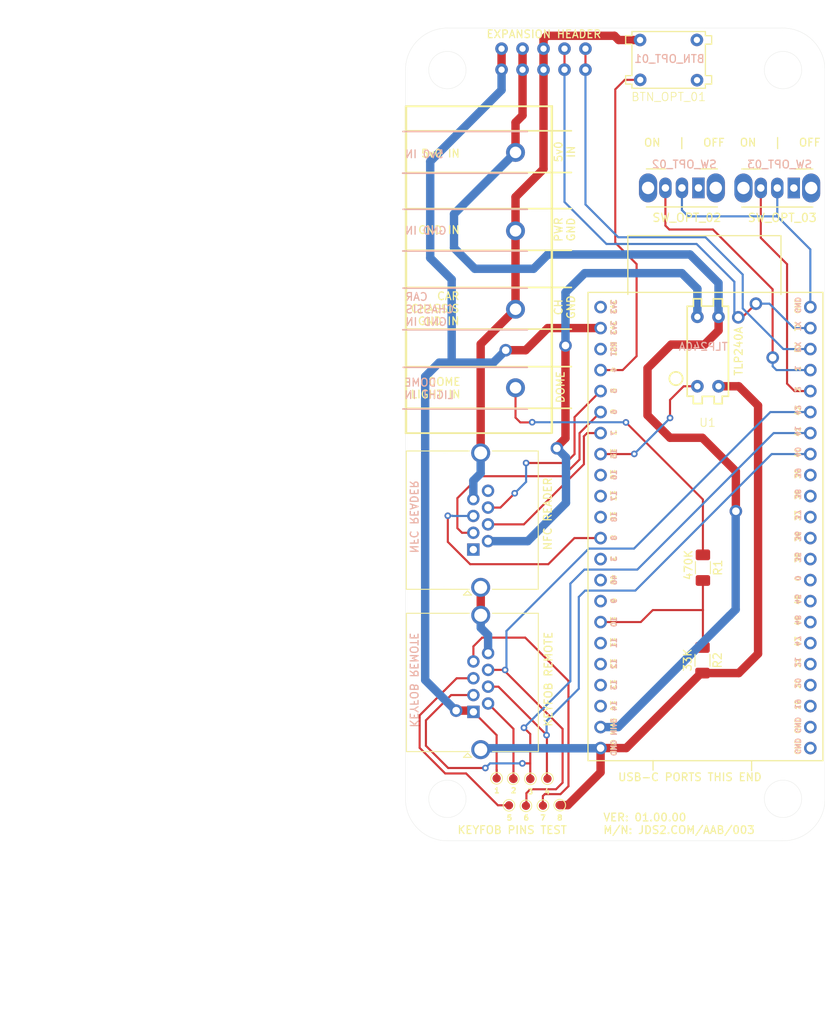
<source format=kicad_pcb>
(kicad_pcb (version 20240108) (generator "pcbnew") (generator_version "8.0")
  (layers (0 "F.Cu" signal) (31 "B.Cu" signal) (34 "B.Paste" user) (35 "F.Paste" user) (36 "B.SilkS" user "B.Silkscreen") (37 "F.SilkS" user "F.Silkscreen") (38 "B.Mask" user) (39 "F.Mask" user) (44 "Edge.Cuts" user))
  (net 0 "")
  (net 1 "GND")
  (net 2 "+5V")
  (net 3 "/DOME")
  (net 4 "Net-(J2-3{slash}WHT-GREEN)")
  (net 5 "Net-(J2-6{slash}GREEN)")
  (net 6 "Net-(J2-4{slash}BLUE)")
  (net 7 "Net-(J3-5{slash}WHT-BLUE)")
  (net 8 "Net-(J3-6{slash}GREEN)")
  (net 9 "Net-(J3-3{slash}WHT-GREEN)")
  (net 10 "Net-(J3-4{slash}BLUE)")
  (net 11 "Net-(J4-RX0)")
  (net 12 "Net-(J4-TX0)")
  (net 16 "Net-(U1-A)")
  (net 37 "+3.3V")
  (net 38 "Net-(U2-GPIO4_TOUCH4{slash}ADC1_CH3{slash}RTC)")
  (net 39 "Net-(U2-GPIO10_TOUCH10{slash}ADC1_CH9{slash}FSPICS0{slash}SUBSPICS{slash}FSPII04{slash}RTC)")
  (net 40 "Net-(J3-2{slash}ORANGE)")
  (net 41 "unconnected-(J2-7{slash}WHT-BROWN-Pad7)")
  (net 42 "unconnected-(J2-5{slash}WHT-BLUE-Pad5)")
  (net 43 "unconnected-(J2-2{slash}ORANGE-Pad2)")
  (net 47 "Net-(SW_OPT_02-C)")
  (net 48 "Net-(SW_OPT_03-C)")
  (footprint "Footprint_Library:8_PIN_HEADER" (layer "F.Cu") (at 103.46 53.3)
    (property "Reference" "J4" (hide yes))
    (property "Value" "10_PIN_HEADER")
  )
  (footprint "TestPoint:TestPoint_Pad_D1.0mm" (layer "F.Cu") (at 101.33 139.79)
    (property "Reference" "REF**" (hide yes))
    (property "Value" "TestPoint_Pad_D1.0mm")
  )
  (footprint "Connector_RJ:RJ45_Amphenol_RJHSE5380" (layer "F.Cu") (at 94.97 128.43 90)
    (property "Reference" "J2" (hide yes))
    (property "Value" "AMPHENOL_RJHSE-5380-ND")
  )
  (footprint "Button_Switch_THT:SW_CuK_OS102011MA1QN1_SPDT_Angled" (layer "F.Cu") (at 122.22 65.06 180)
    (property "Reference" "SW_OPT_02")
    (property "Value" "SW_SPDT")
  )
  (footprint "TestPoint:TestPoint_Pad_D1.0mm" (layer "F.Cu") (at 99.79 136.51)
    (property "Reference" "REF**" (hide yes))
    (property "Value" "TestPoint_Pad_D1.0mm")
  )
  (footprint "TestPoint:TestPoint_Pad_D1.0mm" (layer "F.Cu") (at 99.28 139.73)
    (property "Reference" "REF**" (hide yes))
    (property "Value" "TestPoint_Pad_D1.0mm")
  )
  (footprint "Resistor_SMD:R_1206_3216Metric_Pad1.30x1.75mm_HandSolder" (layer "F.Cu") (at 122.71 122.19 -90)
    (property "Reference" "R2")
    (property "Value" "R")
  )
  (footprint "Footprint_Library:TLP240A" (layer "F.Cu") (at 123.307 84.687)
    (property "Reference" "U1")
    (property "Value" "TLP240A")
  )
  (footprint "TestPoint:TestPoint_Pad_D1.0mm" (layer "F.Cu") (at 97.78 136.47)
    (property "Reference" "REF**" (hide yes))
    (property "Value" "TestPoint_Pad_D1.0mm")
  )
  (footprint "Footprint_Library:ESP32-S3-DEVKITC_DAVID" (layer "F.Cu") (at 123.07 102.33)
    (property "Reference" "U2" (hide yes))
    (property "Value" "ESP32-S3-DevKitC-1_DAVID")
  )
  (footprint "Button_Switch_THT:SW_CuK_OS102011MA1QN1_SPDT_Angled" (layer "F.Cu") (at 133.77 65.07 180)
    (property "Reference" "SW_OPT_03")
    (property "Value" "SW_SPDT")
  )
  (footprint "Resistor_SMD:R_1206_3216Metric_Pad1.30x1.75mm_HandSolder" (layer "F.Cu") (at 122.76 110.99 -90)
    (property "Reference" "R1")
    (property "Value" "R")
  )
  (footprint "Footprint_Library:MOMENTARY_BUTTON" (layer "F.Cu") (at 118.61 54.55)
    (property "Reference" "BTN_OPT_01")
    (property "Value" "SW_Push_Momentary")
  )
  (footprint "TestPoint:TestPoint_Pad_D1.0mm" (layer "F.Cu") (at 103.94 136.51)
    (property "Reference" "REF**" (hide yes))
    (property "Value" "TestPoint_Pad_D1.0mm")
  )
  (footprint "TestPoint:TestPoint_Pad_D1.0mm" (layer "F.Cu") (at 101.87 136.53)
    (property "Reference" "REF**" (hide yes))
    (property "Value" "TestPoint_Pad_D1.0mm")
  )
  (footprint "Connector_RJ:RJ45_Amphenol_RJHSE5380" (layer "F.Cu") (at 94.96 108.8 90)
    (property "Reference" "J3" (hide yes))
    (property "Value" "AMPHENOL_RJHSE-5380-ND")
  )
  (footprint "Footprint_Library:YK441 Screw Terminal Block_CAR_NFC" (layer "F.Cu") (at 95.895 75.498)
    (property "Reference" "J1" (hide yes))
    (property "Value" "~")
  )
  (footprint "TestPoint:TestPoint_Pad_D1.0mm" (layer "F.Cu") (at 103.39 139.77)
    (property "Reference" "REF**" (hide yes))
    (property "Value" "TestPoint_Pad_D1.0mm")
  )
  (footprint "TestPoint:TestPoint_Pad_D1.0mm" (layer "F.Cu") (at 105.43 139.71)
    (property "Reference" "REF**" (hide yes))
    (property "Value" "TestPoint_Pad_D1.0mm")
  )
  (gr_arc (start 132.461 45.727862) (mid 136.053102 47.21576) (end 137.541 50.807862) (stroke (width 0.0254)) (layer "Edge.Cuts"))
  (gr_arc (start 86.741 50.807862) (mid 88.228898 47.21576) (end 91.821 45.727862) (stroke (width 0.0254)) (layer "Edge.Cuts"))
  (gr_arc (start 137.541 138.945862) (mid 136.053102 142.537964) (end 132.461 144.025862) (stroke (width 0.0254)) (layer "Edge.Cuts"))
  (gr_circle (center 91.821 50.807862) (end 89.5604 50.807862) (stroke (width 0.0254)) (fill none) (layer "Edge.Cuts"))
  (gr_circle (center 91.821 138.945862) (end 94.0816 138.945862) (stroke (width 0.0254)) (fill none) (layer "Edge.Cuts"))
  (gr_arc (start 91.821 144.025862) (mid 88.228898 142.537964) (end 86.741 138.945862) (stroke (width 0.0254)) (layer "Edge.Cuts"))
  (gr_line (start 91.821 45.727862) (end 132.461 45.727862) (stroke (width 0.0254)) (layer "Edge.Cuts"))
  (gr_line (start 137.541 138.945862) (end 137.541 50.807862) (stroke (width 0.0254)) (layer "Edge.Cuts"))
  (gr_circle (center 132.461 138.945862) (end 134.7216 138.945862) (stroke (width 0.0254)) (fill none) (layer "Edge.Cuts"))
  (gr_circle (center 132.461 50.807862) (end 130.2004 50.807862) (stroke (width 0.0254)) (fill none) (layer "Edge.Cuts"))
  (gr_line (start 86.741 50.807862) (end 86.741 138.945862) (stroke (width 0.0254)) (layer "Edge.Cuts"))
  (gr_line (start 132.461 144.025862) (end 91.821 144.025862) (stroke (width 0.0254)) (layer "Edge.Cuts"))
  (gr_text "TLP240A" (at 125.852 84.813 0) (layer "B.SilkS") (effects (font (size 0.9398 0.9398) (thickness 0.1524) (bold yes)) (justify left bottom mirror)))
  (gr_text "48" (at 133.87 118.042381 -90) (layer "B.SilkS") (effects (font (size 0.635 0.635) (thickness 0.1524) (bold yes)) (justify left bottom mirror)))
  (gr_text "37" (at 133.87 105.342381 -90) (layer "B.SilkS") (effects (font (size 0.635 0.635) (thickness 0.1524) (bold yes)) (justify left bottom mirror)))
  (gr_text "45" (at 133.87 115.502381 -90) (layer "B.SilkS") (effects (font (size 0.635 0.635) (thickness 0.1524) (bold yes)) (justify left bottom mirror)))
  (gr_text "42" (at 133.87 92.642381 -90) (layer "B.SilkS") (effects (font (size 0.635 0.635) (thickness 0.1524) (bold yes)) (justify left bottom mirror)))
  (gr_text "0\n" (at 133.87 112.66 -90) (layer "B.SilkS") (effects (font (size 0.635 0.635) (thickness 0.1524) (bold yes)) (justify left bottom mirror)))
  (gr_text "3v3" (at 112.37 81.045714 -270) (layer "B.SilkS") (effects (font (size 0.635 0.635) (thickness 0.1524) (bold yes)) (justify left bottom mirror)))
  (gr_text "20" (at 133.87 125.662381 -90) (layer "B.SilkS") (effects (font (size 0.635 0.635) (thickness 0.1524) (bold yes)) (justify left bottom mirror)))
  (gr_text "SW_OPT_03" (at 136.07 62.77 0) (layer "B.SilkS") (effects (font (size 0.9398 0.9398) (thickness 0.1524) (bold yes)) (justify left bottom mirror)))
  (gr_text "1" (at 133.87 87.26 -90) (layer "B.SilkS") (effects (font (size 0.635 0.635) (thickness 0.1524) (bold yes)) (justify left bottom mirror)))
  (gr_text "GND" (at 133.87 133.645238 -90) (layer "B.SilkS") (effects (font (size 0.635 0.635) (thickness 0.1524) (bold yes)) (justify left bottom mirror)))
  (gr_text "47" (at 133.87 120.582381 -90) (layer "B.SilkS") (effects (font (size 0.635 0.635) (thickness 0.1524) (bold yes)) (justify left bottom mirror)))
  (gr_text "11" (at 112.37 119.387619 -270) (layer "B.SilkS") (effects (font (size 0.635 0.635) (thickness 0.1524) (bold yes)) (justify left bottom mirror)))
  (gr_text "38" (at 133.87 102.802381 -90) (layer "B.SilkS") (effects (font (size 0.635 0.635) (thickness 0.1524) (bold yes)) (justify left bottom mirror)))
  (gr_text "39" (at 133.87 100.262381 -90) (layer "B.SilkS") (effects (font (size 0.635 0.635) (thickness 0.1524) (bold yes)) (justify left bottom mirror)))
  (gr_text "7" (at 112.37 94.29 -270) (layer "B.SilkS") (effects (font (size 0.635 0.635) (thickness 0.1524) (bold yes)) (justify left bottom mirror)))
  (gr_text "3" (at 112.37 109.53 -270) (layer "B.SilkS") (effects (font (size 0.635 0.635) (thickness 0.1524) (bold yes)) (justify left bottom mirror)))
  (gr_text "10" (at 112.37 116.847619 -270) (layer "B.SilkS") (effects (font (size 0.635 0.635) (thickness 0.1524) (bold yes)) (justify left bottom mirror)))
  (gr_text "21" (at 133.87 123.122381 -90) (layer "B.SilkS") (effects (font (size 0.635 0.635) (thickness 0.1524) (bold yes)) (justify left bottom mirror)))
  (gr_text "GND" (at 133.87 131.105238 -90) (layer "B.SilkS") (effects (font (size 0.635 0.635) (thickness 0.1524) (bold yes)) (justify left bottom mirror)))
  (gr_text "14" (at 112.37 127.007619 -270) (layer "B.SilkS") (effects (font (size 0.635 0.635) (thickness 0.1524) (bold yes)) (justify left bottom mirror)))
  (gr_text "13" (at 112.37 124.467619 -270) (layer "B.SilkS") (effects (font (size 0.635 0.635) (thickness 0.1524) (bold yes)) (justify left bottom mirror)))
  (gr_text "3v3" (at 112.37 78.505714 -270) (layer "B.SilkS") (effects (font (size 0.635 0.635) (thickness 0.1524) (bold yes)) (justify left bottom mirror)))
  (gr_text "GND" (at 112.37 131.724762 -270) (layer "B.SilkS") (effects (font (size 0.635 0.635) (thickness 0.1524) (bold yes)) (justify left bottom mirror)))
  (gr_text "4" (at 112.37 86.67 -270) (layer "B.SilkS") (effects (font (size 0.635 0.635) (thickness 0.1524) (bold yes)) (justify left bottom mirror)))
  (gr_text "BTN_OPT_01" (at 123.06 50 0) (layer "B.SilkS") (effects (font (size 0.9398 0.9398) (thickness 0.1524) (bold yes)) (justify left bottom mirror)))
  (gr_text "16" (at 112.37 99.067619 -270) (layer "B.SilkS") (effects (font (size 0.635 0.635) (thickness 0.1524) (bold yes)) (justify left bottom mirror)))
  (gr_text "NFC READER" (at 87.2 109.328 -90) (layer "B.SilkS") (effects (font (size 0.9398 0.9398) (thickness 0.1524) (bold yes)) (justify left bottom mirror)))
  (gr_text "15" (at 112.37 96.527619 -270) (layer "B.SilkS") (effects (font (size 0.635 0.635) (thickness 0.1524) (bold yes)) (justify left bottom mirror)))
  (gr_text "5vIN" (at 112.37 129.124286 -270) (layer "B.SilkS") (effects (font (size 0.635 0.635) (thickness 0.1524) (bold yes)) (justify left bottom mirror)))
  (gr_text "GND" (at 133.87 80.305238 -90) (layer "B.SilkS") (effects (font (size 0.635 0.635) (thickness 0.1524) (bold yes)) (justify left bottom mirror)))
  (gr_text "9" (at 112.37 114.61 -270) (layer "B.SilkS") (effects (font (size 0.635 0.635) (thickness 0.1524) (bold yes)) (justify left bottom mirror)))
  (gr_text "5" (at 112.37 89.21 -270) (layer "B.SilkS") (effects (font (size 0.635 0.635) (thickness 0.1524) (bold yes)) (justify left bottom mirror)))
  (gr_text "SW_OPT_02" (at 124.52 62.76 -0) (layer "B.SilkS") (effects (font (size 0.9398 0.9398) (thickness 0.1524) (bold yes)) (justify left bottom mirror)))
  (gr_text "17" (at 112.37 101.607619 -270) (layer "B.SilkS") (effects (font (size 0.635 0.635) (thickness 0.1524) (bold yes)) (justify left bottom mirror)))
  (gr_text "19" (at 133.87 128.202381 -90) (layer "B.SilkS") (effects (font (size 0.635 0.635) (thickness 0.1524) (bold yes)) (justify left bottom mirror)))
  (gr_text "TX" (at 133.87 82.421905 -90) (layer "B.SilkS") (effects (font (size 0.635 0.635) (thickness 0.1524) (bold yes)) (justify left bottom mirror)))
  (gr_text "41" (at 133.87 95.182381 -90) (layer "B.SilkS") (effects (font (size 0.635 0.635) (thickness 0.1524) (bold yes)) (justify left bottom mirror)))
  (gr_text "6" (at 112.37 91.75 -270) (layer "B.SilkS") (effects (font (size 0.635 0.635) (thickness 0.1524) (bold yes)) (justify left bottom mirror)))
  (gr_text "12" (at 112.37 121.927619 -270) (layer "B.SilkS") (effects (font (size 0.635 0.635) (thickness 0.1524) (bold yes)) (justify left bottom mirror)))
  (gr_text "KEYFOB REMOTE" (at 87.2 130.41 -90) (layer "B.SilkS") (effects (font (size 0.9398 0.9398) (thickness 0.1524) (bold yes)) (justify left bottom mirror)))
  (gr_text "18" (at 112.37 104.147619 -270) (layer "B.SilkS") (effects (font (size 0.635 0.635) (thickness 0.1524) (bold yes)) (justify left bottom mirror)))
  (gr_text "35" (at 133.87 110.422381 -90) (layer "B.SilkS") (effects (font (size 0.635 0.635) (thickness 0.1524) (bold yes)) (justify left bottom mirror)))
  (gr_text "46" (at 112.37 111.767619 -270) (layer "B.SilkS") (effects (font (size 0.635 0.635) (thickness 0.1524) (bold yes)) (justify left bottom mirror)))
  (gr_text "RST" (at 112.37 83.570595 -270) (layer "B.SilkS") (effects (font (size 0.635 0.635) (thickness 0.1524) (bold yes)) (justify left bottom mirror)))
  (gr_text "40" (at 133.87 97.722381 -90) (layer "B.SilkS") (effects (font (size 0.635 0.635) (thickness 0.1524) (bold yes)) (justify left bottom mirror)))
  (gr_text "2" (at 133.87 89.8 -90) (layer "B.SilkS") (effects (font (size 0.635 0.635) (thickness 0.1524) (bold yes)) (justify left bottom mirror)))
  (gr_text "8" (at 112.37 106.99 -270) (layer "B.SilkS") (effects (font (size 0.635 0.635) (thickness 0.1524) (bold yes)) (justify left bottom mirror)))
  (gr_text "RX" (at 133.87 85.0375 -90) (layer "B.SilkS") (effects (font (size 0.635 0.635) (thickness 0.1524) (bold yes)) (justify left bottom mirror)))
  (gr_text "36" (at 133.87 107.882381 -90) (layer "B.SilkS") (effects (font (size 0.635 0.635) (thickness 0.1524) (bold yes)) (justify left bottom mirror)))
  (gr_text "M/N: JDS2.COM/AAB/003" (at 110.617 143.263862 0) (layer "F.SilkS") (effects (font (size 0.9398 0.9398) (thickness 0.1524) (bold yes)) (justify left bottom)))
  (gr_text "6" (at 100.965 141.609862 0) (layer "F.SilkS") (effects (font (size 0.635 0.635) (thickness 0.1524) (bold yes)) (justify left bottom)))
  (gr_text "EXPANSION HEADER" (at 96.47 47.01 0) (layer "F.SilkS") (effects (font (size 0.9398 0.9398) (thickness 0.1524) (bold yes)) (justify left bottom)))
  (gr_text "33K" (at 121.46 123.63 90) (layer "F.SilkS") (effects (font (size 0.9398 0.9398) (thickness 0.1524) (bold yes)) (justify left bottom)))
  (gr_text "7" (at 102.997 141.609862 0) (layer "F.SilkS") (effects (font (size 0.635 0.635) (thickness 0.1524) (bold yes)) (justify left bottom)))
  (gr_text "KEYFOB REMOTE" (at 104.6 130.31 90) (layer "F.SilkS") (effects (font (size 0.9398 0.9398) (thickness 0.1524) (bold yes)) (justify left bottom)))
  (gr_text "VER: 01.00.00" (at 110.617 141.739862 0) (layer "F.SilkS") (effects (font (size 0.9398 0.9398) (thickness 0.1524) (bold yes)) (justify left bottom)))
  (gr_text "470K" (at 121.56 112.59 90) (layer "F.SilkS") (effects (font (size 0.9398 0.9398) (thickness 0.1524) (bold yes)) (justify left bottom)))
  (gr_text "8" (at 105.029 141.609862 0) (layer "F.SilkS") (effects (font (size 0.635 0.635) (thickness 0.1524) (bold yes)) (justify left bottom)))
  (gr_text "TLP240A" (at 127.63 87.861 90) (layer "F.SilkS") (effects (font (size 0.9398 0.9398) (thickness 0.1524) (bold yes)) (justify left bottom)))
  (gr_text "ON   |   OFF" (at 115.54 60.13 0) (layer "F.SilkS") (effects (font (size 0.9398 0.9398) (thickness 0.1524) (bold yes)) (justify left bottom)))
  (gr_text "4" (at 103.503 138.440862 0) (layer "F.SilkS") (effects (font (size 0.635 0.635) (thickness 0.1524) (bold yes)) (justify left bottom)))
  (gr_text "5" (at 98.933 141.612862 0) (layer "F.SilkS") (effects (font (size 0.635 0.635) (thickness 0.1524) (bold yes)) (justify left bottom)))
  (gr_text "1" (at 97.409 138.310862 0) (layer "F.SilkS") (effects (font (size 0.635 0.635) (thickness 0.1524) (bold yes)) (justify left bottom)))
  (gr_text "3" (at 101.473 138.438862 0) (layer "F.SilkS") (effects (font (size 0.635 0.635) (thickness 0.1524) (bold yes)) (justify left bottom)))
  (gr_text "KEYFOB PINS TEST" (at 92.964 143.263862 0) (layer "F.SilkS") (effects (font (size 0.9398 0.9398) (thickness 0.1524) (bold yes)) (justify left bottom)))
  (gr_text "2" (at 99.441 138.310862 0) (layer "F.SilkS") (effects (font (size 0.635 0.635) (thickness 0.1524) (bold yes)) (justify left bottom)))
  (gr_text "NFC READER" (at 104.52 108.96 90) (layer "F.SilkS") (effects (font (size 0.9398 0.9398) (thickness 0.1524) (bold yes)) (justify left bottom)))
  (gr_text "ON   |   OFF" (at 127.14 60.12 0) (layer "F.SilkS") (effects (font (size 0.9398 0.9398) (thickness 0.1524) (bold yes)) (justify left bottom)))
  (segment (start 103.46 48.22) (end 103.46 47.07) (width 1.016) (layer "F.Cu") (net 1))
  (segment (start 100.07 66.16) (end 100.07 70.248) (width 1.016) (layer "F.Cu") (net 1))
  (segment (start 95.86 116.74) (end 95.86 113.38) (width 1.016) (layer "F.Cu") (net 1))
  (segment (start 110.37 132.81) (end 110.37 135.74) (width 1.016) (layer "F.Cu") (net 1))
  (segment (start 122.71 123.74) (end 122.54 123.74) (width 0.25) (layer "F.Cu") (net 1))
  (segment (start 106.405138 139.704862) (end 105.41 139.704862) (width 1.016) (layer "F.Cu") (net 1))
  (segment (start 95.85 83.95) (end 100.07 79.73) (width 1.016) (layer "F.Cu") (net 1))
  (segment (start 127.1 89.05) (end 129.44 91.39) (width 1.016) (layer "F.Cu") (net 1))
  (segment (start 95.85 97.11) (end 95.85 83.95) (width 1.016) (layer "F.Cu") (net 1))
  (segment (start 95.86 113.38) (end 95.85 113.37) (width 1.016) (layer "F.Cu") (net 1))
  (segment (start 112.05 46.66) (end 112.56 47.17) (width 1.016) (layer "F.Cu") (net 1))
  (segment (start 113.47 132.81) (end 110.37 132.81) (width 1.016) (layer "F.Cu") (net 1))
  (segment (start 122.54 123.74) (end 113.47 132.81) (width 1.016) (layer "F.Cu") (net 1))
  (segment (start 112.56 47.17) (end 115.15 47.17) (width 1.016) (layer "F.Cu") (net 1))
  (segment (start 129.44 121.4) (end 127.1 123.74) (width 1.016) (layer "F.Cu") (net 1))
  (segment (start 103.87 46.66) (end 112.05 46.66) (width 1.016) (layer "F.Cu") (net 1))
  (segment (start 103.46 48.22) (end 103.46 50.76) (width 1.016) (layer "F.Cu") (net 1))
  (segment (start 127.1 123.74) (end 122.71 123.74) (width 1.016) (layer "F.Cu") (net 1))
  (segment (start 103.46 47.07) (end 103.87 46.66) (width 1.016) (layer "F.Cu") (net 1))
  (segment (start 103.46 50.76) (end 103.46 62.77) (width 1.016) (layer "F.Cu") (net 1))
  (segment (start 100.07 70.248) (end 100.07 79.73) (width 1.016) (layer "F.Cu") (net 1))
  (segment (start 110.37 135.74) (end 106.405138 139.704862) (width 1.016) (layer "F.Cu") (net 1))
  (segment (start 129.44 91.39) (end 129.44 121.4) (width 1.016) (layer "F.Cu") (net 1))
  (segment (start 124.65 89.05) (end 127.1 89.05) (width 1.016) (layer "F.Cu") (net 1))
  (segment (start 103.46 62.77) (end 100.07 66.16) (width 1.016) (layer "F.Cu") (net 1))
  (segment (start 95.85 99.58) (end 94.96 100.47) (width 1.016) (layer "B.Cu") (net 1))
  (segment (start 95.85 97.11) (end 95.85 99.58) (width 1.016) (layer "B.Cu") (net 1))
  (segment (start 120.98 68.5) (end 120.22 67.74) (width 0.254) (layer "B.Cu") (net 1))
  (segment (start 96.75 119.15) (end 96.75 121.318) (width 1.016) (layer "B.Cu") (net 1))
  (segment (start 131.77 68.5) (end 135.77 72.5) (width 0.254) (layer "B.Cu") (net 1))
  (segment (start 95.86 133) (end 96.03 132.83) (width 1.016) (layer "B.Cu") (net 1))
  (segment (start 94.96 100.47) (end 94.96 102.704) (width 1.016) (layer "B.Cu") (net 1))
  (segment (start 135.77 72.5) (end 135.77 79.47) (width 0.254) (layer "B.Cu") (net 1))
  (segment (start 110.35 132.83) (end 110.37 132.81) (width 1.016) (layer "B.Cu") (net 1))
  (segment (start 131.77 68.5) (end 120.98 68.5) (width 0.254) (layer "B.Cu") (net 1))
  (segment (start 96.03 132.83) (end 110.35 132.83) (width 1.016) (layer "B.Cu") (net 1))
  (segment (start 131.77 65.07) (end 131.77 68.5) (width 0.254) (layer "B.Cu") (net 1))
  (segment (start 120.22 67.74) (end 120.22 65.06) (width 0.254) (layer "B.Cu") (net 1))
  (segment (start 95.86 118.26) (end 96.75 119.15) (width 1.016) (layer "B.Cu") (net 1))
  (segment (start 95.86 116.74) (end 95.86 118.26) (width 1.016) (layer "B.Cu") (net 1))
  (segment (start 122.69 95.28) (end 118.78 95.28) (width 1.016) (layer "F.Cu") (net 2))
  (segment (start 126.75 104.16) (end 126.75 99.34) (width 1.016) (layer "F.Cu") (net 2))
  (segment (start 122.95 84.01) (end 124.66 82.3) (width 1.016) (layer "F.Cu") (net 2))
  (segment (start 116.05 92.55) (end 116.05 86.87) (width 1.016) (layer "F.Cu") (net 2))
  (segment (start 100.92 48.22) (end 100.92 50.76) (width 1.016) (layer "F.Cu") (net 2))
  (segment (start 116.05 86.87) (end 118.91 84.01) (width 1.016) (layer "F.Cu") (net 2))
  (segment (start 100.92 56.29) (end 100.07 57.14) (width 1.016) (layer "F.Cu") (net 2))
  (segment (start 124.66 82.3) (end 124.66 80.66) (width 1.016) (layer "F.Cu") (net 2))
  (segment (start 126.75 99.34) (end 122.69 95.28) (width 1.016) (layer "F.Cu") (net 2))
  (segment (start 118.91 84.01) (end 122.95 84.01) (width 1.016) (layer "F.Cu") (net 2))
  (segment (start 118.78 95.28) (end 116.05 92.55) (width 1.016) (layer "F.Cu") (net 2))
  (segment (start 100.07 57.14) (end 100.07 60.766) (width 1.016) (layer "F.Cu") (net 2))
  (segment (start 124.66 80.66) (end 124.65 80.65) (width 1.016) (layer "F.Cu") (net 2))
  (segment (start 100.92 50.76) (end 100.92 56.29) (width 1.016) (layer "F.Cu") (net 2))
  (via (at 126.75 104.16) (size 1.524) (drill 0.9144) (layers "F.Cu" "B.Cu") (net 2))
  (segment (start 94.98 74.68) (end 94.98 74.67) (width 1.016) (layer "B.Cu") (net 2))
  (segment (start 102.26 74.84) (end 95.14 74.84) (width 1.016) (layer "B.Cu") (net 2))
  (segment (start 125.98 116.79) (end 112.5 130.27) (width 1.016) (layer "B.Cu") (net 2))
  (segment (start 95.14 74.84) (end 94.98 74.68) (width 1.016) (layer "B.Cu") (net 2))
  (segment (start 112.5 130.27) (end 110.37 130.27) (width 1.016) (layer "B.Cu") (net 2))
  (segment (start 121.2 73.11) (end 103.99 73.11) (width 1.016) (layer "B.Cu") (net 2))
  (segment (start 92.62 72.31) (end 92.62 68.216) (width 1.016) (layer "B.Cu") (net 2))
  (segment (start 126.75 104.16) (end 126.73 104.18) (width 1.016) (layer "B.Cu") (net 2))
  (segment (start 126.73 104.18) (end 126.73 116.05) (width 1.016) (layer "B.Cu") (net 2))
  (segment (start 103.99 73.11) (end 102.26 74.84) (width 1.016) (layer "B.Cu") (net 2))
  (segment (start 125.99 116.79) (end 125.98 116.79) (width 1.016) (layer "B.Cu") (net 2))
  (segment (start 124.65 76.56) (end 121.2 73.11) (width 1.016) (layer "B.Cu") (net 2))
  (segment (start 94.98 74.67) (end 92.62 72.31) (width 1.016) (layer "B.Cu") (net 2))
  (segment (start 92.62 68.216) (end 100.07 60.766) (width 1.016) (layer "B.Cu") (net 2))
  (segment (start 126.73 116.05) (end 125.99 116.79) (width 1.016) (layer "B.Cu") (net 2))
  (segment (start 124.65 80.65) (end 124.65 76.56) (width 1.016) (layer "B.Cu") (net 2))
  (segment (start 102.07 93.42) (end 102.09 93.4) (width 0.25) (layer "F.Cu") (net 3))
  (segment (start 113.44 93.42) (end 122.76 102.74) (width 0.25) (layer "F.Cu") (net 3))
  (segment (start 122.76 102.74) (end 122.76 109.44) (width 0.25) (layer "F.Cu") (net 3))
  (segment (start 100.65 93.42) (end 102.07 93.42) (width 0.25) (layer "F.Cu") (net 3))
  (segment (start 100.07 92.84) (end 100.65 93.42) (width 0.25) (layer "F.Cu") (net 3))
  (segment (start 100.07 89.23) (end 100.07 92.84) (width 0.25) (layer "F.Cu") (net 3))
  (via (at 113.44 93.42) (size 0.8) (drill 0.4) (layers "F.Cu" "B.Cu") (net 3))
  (via (at 102.09 93.4) (size 0.8) (drill 0.4) (layers "F.Cu" "B.Cu") (net 3))
  (segment (start 113.42 93.4) (end 113.44 93.42) (width 0.25) (layer "B.Cu") (net 3))
  (segment (start 102.09 93.4) (end 113.42 93.4) (width 0.25) (layer "B.Cu") (net 3))
  (segment (start 101.856 134.73) (end 101.856 131.116) (width 0.254) (layer "F.Cu") (net 4))
  (segment (start 91.91 135.22) (end 96.42 135.22) (width 0.254) (layer "F.Cu") (net 4))
  (segment (start 101.856 131.116) (end 101.14 130.4) (width 0.254) (layer "F.Cu") (net 4))
  (segment (start 101.856 136.530862) (end 101.856 134.73) (width 0.254) (layer "F.Cu") (net 4))
  (segment (start 101.786 134.66) (end 101.856 134.73) (width 0.254) (layer "F.Cu") (net 4))
  (segment (start 89.22 129.45) (end 89.22 132.53) (width 0.254) (layer "F.Cu") (net 4))
  (segment (start 100.9 134.66) (end 101.786 134.66) (width 0.254) (layer "F.Cu") (net 4))
  (segment (start 89.22 132.53) (end 91.91 135.22) (width 0.254) (layer "F.Cu") (net 4))
  (segment (start 92.272 126.398) (end 89.22 129.45) (width 0.254) (layer "F.Cu") (net 4))
  (segment (start 94.97 126.398) (end 92.272 126.398) (width 0.254) (layer "F.Cu") (net 4))
  (segment (start 101.854 136.532862) (end 101.856 136.530862) (width 1.016) (layer "F.Cu") (net 4))
  (via (at 96.42 135.22) (size 0.8) (drill 0.4) (layers "F.Cu" "B.Cu") (net 4))
  (via (at 101.09 130.35) (size 0.8) (drill 0.4) (layers "F.Cu" "B.Cu") (net 4))
  (via (at 100.9 134.66) (size 0.8) (drill 0.4) (layers "F.Cu" "B.Cu") (net 4))
  (segment (start 106.71 124.73) (end 106.71 112.92) (width 0.254) (layer "B.Cu") (net 4))
  (segment (start 101.09 130.35) (end 106.71 124.73) (width 0.254) (layer "B.Cu") (net 4))
  (segment (start 131.33 94.71) (end 135.77 94.71) (width 0.254) (layer "B.Cu") (net 4))
  (segment (start 96.42 135.22) (end 96.98 134.66) (width 0.254) (layer "B.Cu") (net 4))
  (segment (start 106.71 112.92) (end 108.41 111.22) (width 0.254) (layer "B.Cu") (net 4))
  (segment (start 96.98 134.66) (end 100.9 134.66) (width 0.254) (layer "B.Cu") (net 4))
  (segment (start 108.41 111.22) (end 114.82 111.22) (width 0.254) (layer "B.Cu") (net 4))
  (segment (start 114.82 111.22) (end 131.33 94.71) (width 0.254) (layer "B.Cu") (net 4))
  (segment (start 98.63 123.35) (end 105.77 130.49) (width 0.254) (layer "F.Cu") (net 5))
  (segment (start 101.86 137.79) (end 101.39 138.26) (width 0.254) (layer "F.Cu") (net 5))
  (segment (start 96.75 123.35) (end 98.63 123.35) (width 0.254) (layer "F.Cu") (net 5))
  (segment (start 105.77 130.49) (end 105.77 136.99) (width 0.254) (layer "F.Cu") (net 5))
  (segment (start 105.77 136.99) (end 104.97 137.79) (width 0.254) (layer "F.Cu") (net 5))
  (segment (start 104.97 137.79) (end 101.86 137.79) (width 0.254) (layer "F.Cu") (net 5))
  (segment (start 101.39 139.63) (end 101.37 139.65) (width 0.254) (layer "F.Cu") (net 5))
  (segment (start 101.39 138.26) (end 101.39 139.63) (width 0.254) (layer "F.Cu") (net 5))
  (via (at 98.81 123.36) (size 0.8) (drill 0.4) (layers "F.Cu" "B.Cu") (net 5))
  (segment (start 98.97 123.27) (end 98.96 123.28) (width 0.254) (layer "B.Cu") (net 5))
  (segment (start 114.42 108.68) (end 108.94 108.68) (width 0.254) (layer "B.Cu") (net 5))
  (segment (start 130.93 92.17) (end 114.42 108.68) (width 0.254) (layer "B.Cu") (net 5))
  (segment (start 98.97 118.65) (end 98.97 123.27) (width 0.254) (layer "B.Cu") (net 5))
  (segment (start 135.77 92.17) (end 130.93 92.17) (width 0.254) (layer "B.Cu") (net 5))
  (segment (start 108.94 108.68) (end 98.97 118.65) (width 0.254) (layer "B.Cu") (net 5))
  (segment (start 98.002 125.382) (end 103.87 131.25) (width 0.254) (layer "F.Cu") (net 6))
  (segment (start 96.75 125.382) (end 98.002 125.382) (width 0.254) (layer "F.Cu") (net 6))
  (segment (start 103.87 136.18) (end 104.05 136.36) (width 0.254) (layer "F.Cu") (net 6))
  (segment (start 103.87 131.25) (end 103.87 136.18) (width 0.254) (layer "F.Cu") (net 6))
  (via (at 103.83 131.25) (size 0.8) (drill 0.4) (layers "F.Cu" "B.Cu") (net 6))
  (segment (start 131.09 97.25) (end 135.77 97.25) (width 0.254) (layer "B.Cu") (net 6))
  (segment (start 107.73 114.53) (end 108.5 113.76) (width 0.254) (layer "B.Cu") (net 6))
  (segment (start 103.83 129.53) (end 107.73 125.63) (width 0.254) (layer "B.Cu") (net 6))
  (segment (start 103.83 131.25) (end 103.83 129.53) (width 0.254) (layer "B.Cu") (net 6))
  (segment (start 107.73 125.63) (end 107.73 114.53) (width 0.254) (layer "B.Cu") (net 6))
  (segment (start 108.5 113.76) (end 114.58 113.76) (width 0.254) (layer "B.Cu") (net 6))
  (segment (start 114.58 113.76) (end 131.09 97.25) (width 0.254) (layer "B.Cu") (net 6))
  (segment (start 91.87 107.864) (end 91.87 104.71) (width 0.254) (layer "F.Cu") (net 7))
  (segment (start 94.576 110.57) (end 91.87 107.864) (width 0.254) (layer "F.Cu") (net 7))
  (segment (start 104.04 110.57) (end 94.576 110.57) (width 0.254) (layer "F.Cu") (net 7))
  (segment (start 107.2 107.41) (end 104.04 110.57) (width 0.254) (layer "F.Cu") (net 7))
  (segment (start 110.37 107.41) (end 107.2 107.41) (width 0.254) (layer "F.Cu") (net 7))
  (via (at 91.87 104.71) (size 0.8) (drill 0.4) (layers "F.Cu" "B.Cu") (net 7))
  (segment (start 91.87 104.71) (end 92.43 104.71) (width 0.254) (layer "B.Cu") (net 7))
  (segment (start 92.43 104.71) (end 92.456 104.736) (width 0.254) (layer "B.Cu") (net 7))
  (segment (start 92.456 104.736) (end 94.96 104.736) (width 0.254) (layer "B.Cu") (net 7))
  (segment (start 101.35 98.33) (end 106.14 98.33) (width 0.254) (layer "F.Cu") (net 8))
  (segment (start 96.74 103.72) (end 98.24 103.72) (width 0.254) (layer "F.Cu") (net 8))
  (segment (start 107.216 97.254) (end 107.216 92.784) (width 0.254) (layer "F.Cu") (net 8))
  (segment (start 107.216 92.784) (end 110.37 89.63) (width 0.254) (layer "F.Cu") (net 8))
  (segment (start 106.14 98.33) (end 107.216 97.254) (width 0.254) (layer "F.Cu") (net 8))
  (segment (start 98.24 103.72) (end 99.97 101.99) (width 0.254) (layer "F.Cu") (net 8))
  (via (at 99.97 101.99) (size 0.8) (drill 0.4) (layers "F.Cu" "B.Cu") (net 8))
  (via (at 101.35 98.33) (size 0.8) (drill 0.4) (layers "F.Cu" "B.Cu") (net 8))
  (segment (start 101.35 100.61) (end 101.35 98.33) (width 0.254) (layer "B.Cu") (net 8))
  (segment (start 99.97 101.99) (end 101.35 100.61) (width 0.254) (layer "B.Cu") (net 8))
  (segment (start 110.37 92.17) (end 107.82 94.72) (width 0.254) (layer "F.Cu") (net 9))
  (segment (start 93.03 102.58) (end 93.03 106.21) (width 0.254) (layer "F.Cu") (net 9))
  (segment (start 107.82 94.72) (end 107.82 97.91) (width 0.254) (layer "F.Cu") (net 9))
  (segment (start 93.588 106.768) (end 94.96 106.768) (width 0.254) (layer "F.Cu") (net 9))
  (segment (start 95.68 99.93) (end 93.03 102.58) (width 0.254) (layer "F.Cu") (net 9))
  (segment (start 105.8 99.93) (end 95.68 99.93) (width 0.254) (layer "F.Cu") (net 9))
  (segment (start 107.82 97.91) (end 105.8 99.93) (width 0.254) (layer "F.Cu") (net 9))
  (segment (start 93.03 106.21) (end 93.588 106.768) (width 0.254) (layer "F.Cu") (net 9))
  (segment (start 108.35 98.48) (end 108.35 95.12) (width 0.254) (layer "F.Cu") (net 10))
  (segment (start 108.74 94.71) (end 110.37 94.71) (width 0.254) (layer "F.Cu") (net 10))
  (segment (start 108.34 95.11) (end 108.74 94.71) (width 0.254) (layer "F.Cu") (net 10))
  (segment (start 96.74 105.752) (end 101.078 105.752) (width 0.254) (layer "F.Cu") (net 10))
  (segment (start 108.35 95.12) (end 108.34 95.11) (width 0.254) (layer "F.Cu") (net 10))
  (segment (start 101.078 105.752) (end 108.35 98.48) (width 0.254) (layer "F.Cu") (net 10))
  (segment (start 108.54 48.22) (end 108.54 50.76) (width 0.254) (layer "F.Cu") (net 11))
  (segment (start 108.54 67.06) (end 112.51 71.03) (width 0.254) (layer "B.Cu") (net 11))
  (segment (start 132.5 84.55) (end 135.77 84.55) (width 0.254) (layer "B.Cu") (net 11))
  (segment (start 112.51 71.03) (end 123.07 71.03) (width 0.254) (layer "B.Cu") (net 11))
  (segment (start 123.07 71.03) (end 127.58 75.54) (width 0.254) (layer "B.Cu") (net 11))
  (segment (start 127.58 75.54) (end 127.58 79.63) (width 0.254) (layer "B.Cu") (net 11))
  (segment (start 108.54 50.76) (end 108.54 67.06) (width 0.254) (layer "B.Cu") (net 11))
  (segment (start 127.58 79.63) (end 132.5 84.55) (width 0.254) (layer "B.Cu") (net 11))
  (segment (start 127.53 80.71) (end 127.04 80.71) (width 0.254) (layer "F.Cu") (net 12))
  (segment (start 129.18 79.06) (end 127.53 80.71) (width 0.254) (layer "F.Cu") (net 12))
  (segment (start 106 48.22) (end 106 50.76) (width 0.254) (layer "F.Cu") (net 12))
  (via (at 129.18 79.06) (size 1.524) (drill 0.9144) (layers "F.Cu" "B.Cu") (net 12))
  (via (at 127.04 80.71) (size 1.524) (drill 0.9144) (layers "F.Cu" "B.Cu") (net 12))
  (segment (start 133.77 82.01) (end 135.77 82.01) (width 0.254) (layer "B.Cu") (net 12))
  (segment (start 126.57 76.41) (end 122 71.84) (width 0.254) (layer "B.Cu") (net 12))
  (segment (start 111.08 71.84) (end 106 66.76) (width 0.254) (layer "B.Cu") (net 12))
  (segment (start 130.82 79.06) (end 133.77 82.01) (width 0.254) (layer "B.Cu") (net 12))
  (segment (start 127.04 80.71) (end 126.57 80.24) (width 0.254) (layer "B.Cu") (net 12))
  (segment (start 135.75 81.99) (end 135.77 82.01) (width 0.254) (layer "B.Cu") (net 12))
  (segment (start 106 66.76) (end 106 50.76) (width 0.254) (layer "B.Cu") (net 12))
  (segment (start 126.57 80.24) (end 126.57 76.41) (width 0.254) (layer "B.Cu") (net 12))
  (segment (start 129.18 79.06) (end 130.82 79.06) (width 0.254) (layer "B.Cu") (net 12))
  (segment (start 122 71.84) (end 111.08 71.84) (width 0.254) (layer "B.Cu") (net 12))
  (segment (start 114.43 97.25) (end 114.45 97.23) (width 0.254) (layer "F.Cu") (net 16))
  (segment (start 120.43 89.05) (end 122.09 89.05) (width 0.254) (layer "F.Cu") (net 16))
  (segment (start 110.37 97.25) (end 114.43 97.25) (width 0.254) (layer "F.Cu") (net 16))
  (segment (start 118.78 90.7) (end 120.43 89.05) (width 0.254) (layer "F.Cu") (net 16))
  (segment (start 118.78 92.88) (end 118.78 90.7) (width 0.254) (layer "F.Cu") (net 16))
  (via (at 118.78 92.88) (size 0.8) (drill 0.4) (layers "F.Cu" "B.Cu") (net 16))
  (via (at 114.45 97.23) (size 0.8) (drill 0.4) (layers "F.Cu" "B.Cu") (net 16))
  (segment (start 118.78 92.9) (end 118.78 92.88) (width 0.254) (layer "B.Cu") (net 16))
  (segment (start 114.45 97.23) (end 118.78 92.9) (width 0.254) (layer "B.Cu") (net 16))
  (segment (start 98.38 48.22) (end 98.38 50.76) (width 1.016) (layer "F.Cu") (net 37))
  (segment (start 98.38 48.22) (end 98.38 48.34) (width 0.25) (layer "F.Cu") (net 37))
  (segment (start 97.78 131.24) (end 97.78 135.443862) (width 0.254) (layer "F.Cu") (net 37))
  (segment (start 97.79 136.532862) (end 97.79 135.453862) (width 0.254) (layer "F.Cu") (net 37))
  (segment (start 98.88 84.69) (end 101.29 84.69) (width 1.016) (layer "F.Cu") (net 37))
  (segment (start 98.38 48.34) (end 98.43 48.39) (width 0.25) (layer "F.Cu") (net 37))
  (segment (start 94.97 128.43) (end 97.78 131.24) (width 0.254) (layer "F.Cu") (net 37))
  (segment (start 103.97 82.01) (end 110.37 82.01) (width 1.016) (layer "F.Cu") (net 37))
  (segment (start 92.88 128.28) (end 94.82 128.28) (width 1.016) (layer "F.Cu") (net 37))
  (segment (start 101.29 84.69) (end 103.97 82.01) (width 1.016) (layer "F.Cu") (net 37))
  (segment (start 94.82 128.28) (end 94.97 128.43) (width 1.016) (layer "F.Cu") (net 37))
  (segment (start 97.79 135.453862) (end 97.78 135.443862) (width 0.254) (layer "F.Cu") (net 37))
  (via (at 98.88 84.69) (size 1.524) (drill 0.9144) (layers "F.Cu" "B.Cu") (net 37))
  (via (at 92.88 128.28) (size 1.524) (drill 0.9144) (layers "F.Cu" "B.Cu") (net 37))
  (segment (start 97.38 86.19) (end 92.34 86.19) (width 1.016) (layer "B.Cu") (net 37))
  (segment (start 89.74 73.53) (end 89.74 61.86) (width 1.016) (layer "B.Cu") (net 37))
  (segment (start 89.13 87.88) (end 89.13 124.58) (width 1.016) (layer "B.Cu") (net 37))
  (segment (start 98.38 53.22) (end 98.38 50.76) (width 1.016) (layer "B.Cu") (net 37))
  (segment (start 92.83 128.28) (end 92.88 128.28) (width 1.016) (layer "B.Cu") (net 37))
  (segment (start 90.82 86.19) (end 89.13 87.88) (width 1.016) (layer "B.Cu") (net 37))
  (segment (start 92.34 76.13) (end 89.74 73.53) (width 1.016) (layer "B.Cu") (net 37))
  (segment (start 98.88 84.69) (end 97.38 86.19) (width 1.016) (layer "B.Cu") (net 37))
  (segment (start 89.13 124.58) (end 92.83 128.28) (width 1.016) (layer "B.Cu") (net 37))
  (segment (start 92.34 86.19) (end 90.82 86.19) (width 1.016) (layer "B.Cu") (net 37))
  (segment (start 92.34 86.19) (end 92.34 76.13) (width 1.016) (layer "B.Cu") (net 37))
  (segment (start 89.74 61.86) (end 98.38 53.22) (width 1.016) (layer "B.Cu") (net 37))
  (segment (start 114.73 85.41) (end 113.05 87.09) (width 0.254) (layer "F.Cu") (net 38))
  (segment (start 113.3 51.99) (end 112.15 53.14) (width 0.254) (layer "F.Cu") (net 38))
  (segment (start 113.05 87.09) (end 110.37 87.09) (width 0.254) (layer "F.Cu") (net 38))
  (segment (start 114.73 74.27) (end 114.73 85.41) (width 0.254) (layer "F.Cu") (net 38))
  (segment (start 115.17 51.99) (end 113.3 51.99) (width 0.254) (layer "F.Cu") (net 38))
  (segment (start 112.15 53.14) (end 112.15 71.69) (width 0.254) (layer "F.Cu") (net 38))
  (segment (start 112.15 71.69) (end 114.73 74.27) (width 0.254) (layer "F.Cu") (net 38))
  (segment (start 116.69 116.12) (end 115.565 117.245) (width 0.25) (layer "F.Cu") (net 39))
  (segment (start 122.76 116.12) (end 116.69 116.12) (width 0.25) (layer "F.Cu") (net 39))
  (segment (start 115.565 117.245) (end 115.24 117.57) (width 0.25) (layer "F.Cu") (net 39))
  (segment (start 122.76 116.12) (end 122.76 120.59) (width 0.25) (layer "F.Cu") (net 39))
  (segment (start 115.24 117.57) (end 110.37 117.57) (width 0.25) (layer "F.Cu") (net 39))
  (segment (start 122.76 120.59) (end 122.71 120.64) (width 0.25) (layer "F.Cu") (net 39))
  (segment (start 122.76 112.54) (end 122.76 116.12) (width 0.25) (layer "F.Cu") (net 39))
  (segment (start 105.08 96.37) (end 106.12 95.33) (width 1.016) (layer "F.Cu") (net 40))
  (segment (start 106.12 95.33) (end 106.12 84.12) (width 1.016) (layer "F.Cu") (net 40))
  (segment (start 105.08 96.55) (end 105.08 96.37) (width 1.016) (layer "F.Cu") (net 40))
  (via (at 106.12 84.12) (size 1.524) (drill 0.9144) (layers "F.Cu" "B.Cu") (net 40))
  (via (at 105.08 96.55) (size 1.524) (drill 0.9144) (layers "F.Cu" "B.Cu") (net 40))
  (segment (start 101.546 107.784) (end 96.74 107.784) (width 1.016) (layer "B.Cu") (net 40))
  (segment (start 120.21 75.37) (end 122.09 77.25) (width 1.016) (layer "B.Cu") (net 40))
  (segment (start 106.18 103.15) (end 101.546 107.784) (width 1.016) (layer "B.Cu") (net 40))
  (segment (start 122.09 77.25) (end 122.09 80.65) (width 1.016) (layer "B.Cu") (net 40))
  (segment (start 106.18 97.65) (end 106.18 103.15) (width 1.016) (layer "B.Cu") (net 40))
  (segment (start 106.12 84.12) (end 106.12 77.7) (width 1.016) (layer "B.Cu") (net 40))
  (segment (start 108.45 75.37) (end 120.21 75.37) (width 1.016) (layer "B.Cu") (net 40))
  (segment (start 106.12 77.7) (end 108.45 75.37) (width 1.016) (layer "B.Cu") (net 40))
  (segment (start 105.08 96.55) (end 106.18 97.65) (width 1.016) (layer "B.Cu") (net 40))
  (segment (start 103.61 138.38) (end 105.52 138.38) (width 0.254) (layer "F.Cu") (net 41))
  (segment (start 106.48 124.68) (end 101.25 119.45) (width 0.254) (layer "F.Cu") (net 41))
  (segment (start 106.48 137.42) (end 106.48 124.68) (width 0.254) (layer "F.Cu") (net 41))
  (segment (start 94.97 120.51) (end 94.97 122.334) (width 0.254) (layer "F.Cu") (net 41))
  (segment (start 101.25 119.45) (end 96.03 119.45) (width 0.254) (layer "F.Cu") (net 41))
  (segment (start 103.378 138.612) (end 103.61 138.38) (width 0.254) (layer "F.Cu") (net 41))
  (segment (start 96.03 119.45) (end 94.97 120.51) (width 0.254) (layer "F.Cu") (net 41))
  (segment (start 105.52 138.38) (end 106.48 137.42) (width 0.254) (layer "F.Cu") (net 41))
  (segment (start 103.378 139.704862) (end 103.378 138.612) (width 0.254) (layer "F.Cu") (net 41))
  (segment (start 97.94 139.73) (end 99.01 139.73) (width 0.254) (layer "F.Cu") (net 42))
  (segment (start 92.944 124.366) (end 88.46 128.85) (width 0.254) (layer "F.Cu") (net 42))
  (segment (start 88.46 132.78) (end 91.56 135.88) (width 0.254) (layer "F.Cu") (net 42))
  (segment (start 88.46 128.85) (end 88.46 132.78) (width 0.254) (layer "F.Cu") (net 42))
  (segment (start 91.56 135.88) (end 94.09 135.88) (width 0.254) (layer "F.Cu") (net 42))
  (segment (start 94.09 135.88) (end 97.94 139.73) (width 0.254) (layer "F.Cu") (net 42))
  (segment (start 94.97 124.366) (end 92.944 124.366) (width 0.254) (layer "F.Cu") (net 42))
  (segment (start 99.822 130.486) (end 99.822 136.532862) (width 0.254) (layer "F.Cu") (net 43))
  (segment (start 96.75 127.414) (end 99.822 130.486) (width 0.254) (layer "F.Cu") (net 43))
  (segment (start 99.822 136.532862) (end 99.792 136.502862) (width 1.016) (layer "F.Cu") (net 43))
  (segment (start 123.97 70.09) (end 118.69 70.09) (width 0.254) (layer "F.Cu") (net 47))
  (segment (start 131.2 77.32) (end 123.97 70.09) (width 0.254) (layer "F.Cu") (net 47))
  (segment (start 118.22 69.62) (end 118.22 65.06) (width 0.254) (layer "F.Cu") (net 47))
  (segment (start 131.2 85.58) (end 131.2 77.32) (width 0.254) (layer "F.Cu") (net 47))
  (segment (start 118.69 70.09) (end 118.22 69.62) (width 0.254) (layer "F.Cu") (net 47))
  (segment (start 131.2 85.58) (end 131.21 85.58) (width 0.254) (layer "F.Cu") (net 47))
  (via (at 131.21 85.58) (size 1.524) (drill 0.9144) (layers "F.Cu" "B.Cu") (net 47))
  (segment (start 131.21 86.64) (end 131.66 87.09) (width 0.254) (layer "B.Cu") (net 47))
  (segment (start 131.21 85.58) (end 131.21 86.64) (width 0.254) (layer "B.Cu") (net 47))
  (segment (start 131.66 87.09) (end 135.77 87.09) (width 0.254) (layer "B.Cu") (net 47))
  (segment (start 133.85 89.63) (end 135.77 89.63) (width 0.254) (layer "F.Cu") (net 48))
  (segment (start 132.95 88.73) (end 133.85 89.63) (width 0.254) (layer "F.Cu") (net 48))
  (segment (start 132.95 74.28) (end 132.95 88.73) (width 0.254) (layer "F.Cu") (net 48))
  (segment (start 129.77 65.07) (end 129.77 71.1) (width 0.254) (layer "F.Cu") (net 48))
  (segment (start 129.77 71.1) (end 132.95 74.28) (width 0.254) (layer "F.Cu") (net 48))
)
</source>
